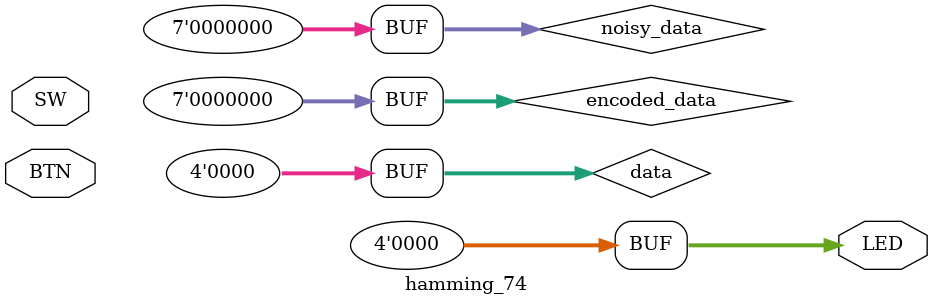
<source format=sv>
`timescale 1ns / 1ps

module hamming_74(
    input [3:0] SW,//switches
    input [3:0] BTN,//buttons
    //the following outputs would be handy in simulation but pose an issue for synthesis
    //as they need to be connected to pins
    //output logic [3:0] data, 
    //output logic error_index,
    output logic [3:0] LED
    );
    //intermediary variables
    logic [7:1] encoded_data, noisy_data;
    logic [3:0] data; //will hold the final, decoded/corrected message
    
    initial encoded_data = '0;
    initial noisy_data = '0;   
    initial data = '0;
    
    encoder enc(SW[3:0], encoded_data);//encoder
    
    fault_injector noise(encoded_data, BTN, noisy_data);//fault injector
    
    decoder dec(noisy_data, data);//decoder
    
    //LEDs SHOULD reflect the original message as indicated by swithes
    always_comb 
    begin
        LED[0] = data[0];
        LED[1] = data[1];        
        LED[2] = data[2];
        LED[3] = data[3];
    end
endmodule
</source>
